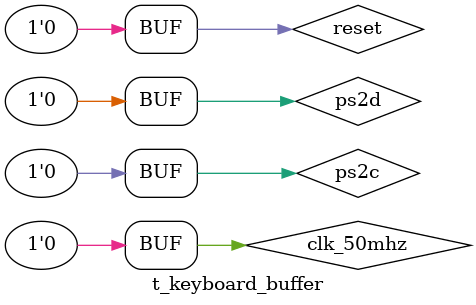
<source format=v>
`timescale 1ns / 1ps


module t_keyboard_buffer;

	// Inputs
	reg ps2d;
	reg ps2c;
	reg clk_50mhz;
	reg reset;

	// Outputs
	wire [7:0] key_out;

	// Instantiate the Unit Under Test (UUT)
	keyboard_buffer uut (
		.key_out(key_out), 
		.ps2d(ps2d), 
		.ps2c(ps2c), 
		.clk_50mhz(clk_50mhz), 
		.reset(reset)
	);

	initial begin
		// Initialize Inputs
		ps2d = 0;
		ps2c = 0;
		clk_50mhz = 0;
		reset = 0;

		// Wait 100 ns for global reset to finish
		#100;
        
		// Add stimulus here

	end
      
endmodule


</source>
